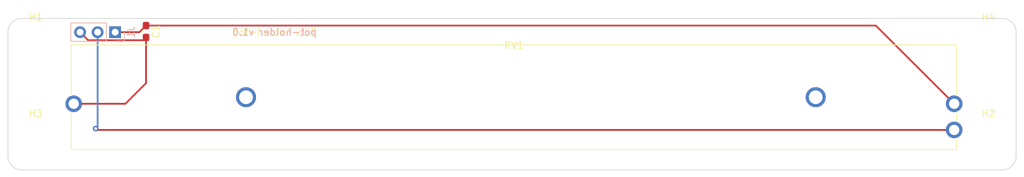
<source format=kicad_pcb>
(kicad_pcb (version 20211014) (generator pcbnew)
  (layers (0 "F.Cu" signal) (31 "B.Cu" signal) (34 "B.Paste" user) (35 "F.Paste" user) (36 "B.SilkS" user "B.Silkscreen") (37 "F.SilkS" user "F.Silkscreen") (38 "B.Mask" user) (39 "F.Mask" user) (44 "Edge.Cuts" user))
  (net 0 "")
  (net 1 "Net-(C1-Pad1)")
  (net 2 "Net-(C1-Pad2)")
  (net 3 "Net-(J1-Pad2)")
  (footprint "Capacitor_SMD:C_0603_1608Metric_Pad1.08x0.95mm_HandSolder" (layer "F.Cu") (at 77 54.9 -90)
    (fp_text reference "C1" (at 0 -1.43 90) (layer "F.SilkS"))
    (fp_text value "C")
    (fp_line (start -0.146267 -0.51) (end 0.146267 -0.51) (layer "F.SilkS") (width 0.12))
    (fp_line (start -0.146267 0.51) (end 0.146267 0.51) (layer "F.SilkS") (width 0.12))
    (pad "1" smd roundrect (at -0.8625 0 270) (size 1.075 0.95) (layers "F.Cu" "F.Paste" "F.Mask") (net 1 "Net-(C1-Pad1)"))
    (pad "2" smd roundrect (at 0.8625 0 270) (size 1.075 0.95) (layers "F.Cu" "F.Paste" "F.Mask") (net 2 "Net-(C1-Pad2)"))
  )
  (footprint "MountingHole:MountingHole_3.2mm_M3" (layer "F.Cu") (at 61 57)
    (fp_text reference "H1" (at 0 -4.2) (layer "F.SilkS"))
    (fp_text value "MountingHole")
    (pad "" np_thru_hole circle (at 0 0) (size 3.2 3.2) (drill 3.2) (layers *.Cu *.Mask))
  )
  (footprint "MountingHole:MountingHole_3.2mm_M3" (layer "F.Cu") (at 61 71)
    (fp_text reference "H3" (at 0 -4.2) (layer "F.SilkS"))
    (fp_text value "MountingHole")
    (pad "" np_thru_hole circle (at 0 0) (size 3.2 3.2) (drill 3.2) (layers *.Cu *.Mask))
  )
  (footprint "Homebrew:Potentiometer_Bourns_PTB01X3_Single_Slide" (layer "F.Cu") (at 130.275 64.445)
    (fp_text reference "RV1" (at 0 -7.525044 unlocked) (layer "F.SilkS"))
    (fp_text value "R_Potentiometer")
    (fp_line (start 64.1 6.1) (end 64.1 7.6) (layer "F.SilkS") (width 0.12))
    (fp_line (start -64.1 -0.4) (end -64.1 -7.6) (layer "F.SilkS") (width 0.12))
    (fp_line (start -64.1 -7.6) (end 64.1 -7.6) (layer "F.SilkS") (width 0.12))
    (fp_line (start 64.1 2.3) (end 64.1 3.4) (layer "F.SilkS") (width 0.12))
    (fp_line (start -64.1 7.6) (end -64.1 2.3) (layer "F.SilkS") (width 0.12))
    (fp_line (start 64.1 -7.6) (end 64.1 -0.4) (layer "F.SilkS") (width 0.12))
    (fp_line (start 64.1 7.6) (end -64.1 7.6) (layer "F.SilkS") (width 0.12))
    (pad "1" thru_hole circle (at 63.75 0.95) (size 2.4 2.4) (drill 1.5) (layers *.Cu *.Mask) (net 1 "Net-(C1-Pad1)"))
    (pad "2" thru_hole circle (at 63.75 4.75) (size 2.4 2.4) (drill 1.5) (layers *.Cu *.Mask) (net 3 "Net-(J1-Pad2)"))
    (pad "3" thru_hole circle (at -63.75 0.95) (size 2.4 2.4) (drill 1.5) (layers *.Cu *.Mask) (net 2 "Net-(C1-Pad2)"))
    (pad "~" thru_hole circle (at 43.7 0) (size 2.9 2.9) (drill 2) (layers *.Cu *.Mask))
    (pad "~" thru_hole circle (at -38.8 0) (size 2.9 2.9) (drill 2) (layers *.Cu *.Mask))
  )
  (footprint "MountingHole:MountingHole_3.2mm_M3" (layer "F.Cu") (at 199 57)
    (fp_text reference "H4" (at 0 -4.2) (layer "F.SilkS"))
    (fp_text value "MountingHole")
    (pad "" np_thru_hole circle (at 0 0) (size 3.2 3.2) (drill 3.2) (layers *.Cu *.Mask))
  )
  (footprint "MountingHole:MountingHole_3.2mm_M3" (layer "F.Cu") (at 199 71)
    (fp_text reference "H2" (at 0 -4.2) (layer "F.SilkS"))
    (fp_text value "MountingHole")
    (pad "" np_thru_hole circle (at 0 0) (size 3.2 3.2) (drill 3.2) (layers *.Cu *.Mask))
  )
  (footprint "Connector_PinHeader_2.54mm:PinHeader_1x03_P2.54mm_Vertical" (layer "B.Cu") (at 72.525 55 90)
    (fp_text reference "J1" (at 0 2.33 90) (layer "B.SilkS") (effects (justify mirror)))
    (fp_text value "Conn_01x03")
    (fp_line (start -1.33 -6.41) (end 1.33 -6.41) (layer "B.SilkS") (width 0.12))
    (fp_line (start -1.33 -1.27) (end 1.33 -1.27) (layer "B.SilkS") (width 0.12))
    (fp_line (start -1.33 0) (end -1.33 1.33) (layer "B.SilkS") (width 0.12))
    (fp_line (start 1.33 -1.27) (end 1.33 -6.41) (layer "B.SilkS") (width 0.12))
    (fp_line (start -1.33 1.33) (end 0 1.33) (layer "B.SilkS") (width 0.12))
    (fp_line (start -1.33 -1.27) (end -1.33 -6.41) (layer "B.SilkS") (width 0.12))
    (pad "1" thru_hole rect (at 0 0 90) (size 1.7 1.7) (drill 1) (layers *.Cu *.Mask) (net 1 "Net-(C1-Pad1)"))
    (pad "2" thru_hole oval (at 0 -2.54 90) (size 1.7 1.7) (drill 1) (layers *.Cu *.Mask) (net 3 "Net-(J1-Pad2)"))
    (pad "3" thru_hole oval (at 0 -5.08 90) (size 1.7 1.7) (drill 1) (layers *.Cu *.Mask) (net 2 "Net-(C1-Pad2)"))
  )
  (gr_line (start 203 55) (end 203 73) (layer "Edge.Cuts") (width 0.1))
  (gr_arc (start 203 73) (mid 202.414214 74.414214) (end 201 75) (layer "Edge.Cuts") (width 0.1))
  (gr_line (start 59 53) (end 201 53) (layer "Edge.Cuts") (width 0.1))
  (gr_line (start 57 73) (end 57 55) (layer "Edge.Cuts") (width 0.1))
  (gr_line (start 201 75) (end 59 75) (layer "Edge.Cuts") (width 0.1))
  (gr_arc (start 201 53) (mid 202.414214 53.585786) (end 203 55) (layer "Edge.Cuts") (width 0.1))
  (gr_arc (start 59 75) (mid 57.585786 74.414214) (end 57 73) (layer "Edge.Cuts") (width 0.1))
  (gr_arc (start 57 55) (mid 57.585786 53.585786) (end 59 53) (layer "Edge.Cuts") (width 0.1))
  (gr_text "pot-holder v1.0" (at 95.6 55) (layer "B.SilkS") (effects (font (size 1 1)) (justify mirror)))
  (gr_text "pot-holder v1.0" (at 95.6 55) (layer "F.SilkS") (effects (font (size 1 1))))
  (segment (start 182.6675 54.0375) (end 194.025 65.395) (width 0.25) (layer "F.Cu") (net 1))
  (segment (start 77 54.0375) (end 182.6675 54.0375) (width 0.25) (layer "F.Cu") (net 1))
  (segment (start 72.525 55) (end 76.0375 55) (width 0.25) (layer "F.Cu") (net 1))
  (segment (start 76.0375 55) (end 77 54.0375) (width 0.25) (layer "F.Cu") (net 1))
  (segment (start 76.587989 56.174511) (end 77 55.7625) (width 0.25) (layer "F.Cu") (net 2))
  (segment (start 74.005 65.395) (end 66.525 65.395) (width 0.25) (layer "F.Cu") (net 2))
  (segment (start 68.619511 56.174511) (end 76.587989 56.174511) (width 0.25) (layer "F.Cu") (net 2))
  (segment (start 67.445 55) (end 68.619511 56.174511) (width 0.25) (layer "F.Cu") (net 2))
  (segment (start 77 55.7625) (end 77 62.4) (width 0.25) (layer "F.Cu") (net 2))
  (segment (start 77 62.4) (end 74.005 65.395) (width 0.25) (layer "F.Cu") (net 2))
  (segment (start 194.025 69.195) (end 69.895 69.195) (width 0.25) (layer "F.Cu") (net 3))
  (segment (start 69.895 69.195) (end 69.7 69) (width 0.25) (layer "F.Cu") (net 3))
  (via (at 69.7 69) (size 0.8) (drill 0.4) (layers "F.Cu" "B.Cu") (net 3))
  (segment (start 69.985 68.715) (end 69.985 55) (width 0.25) (layer "B.Cu") (net 3))
  (segment (start 69.7 69) (end 69.985 68.715) (width 0.25) (layer "B.Cu") (net 3))
)
</source>
